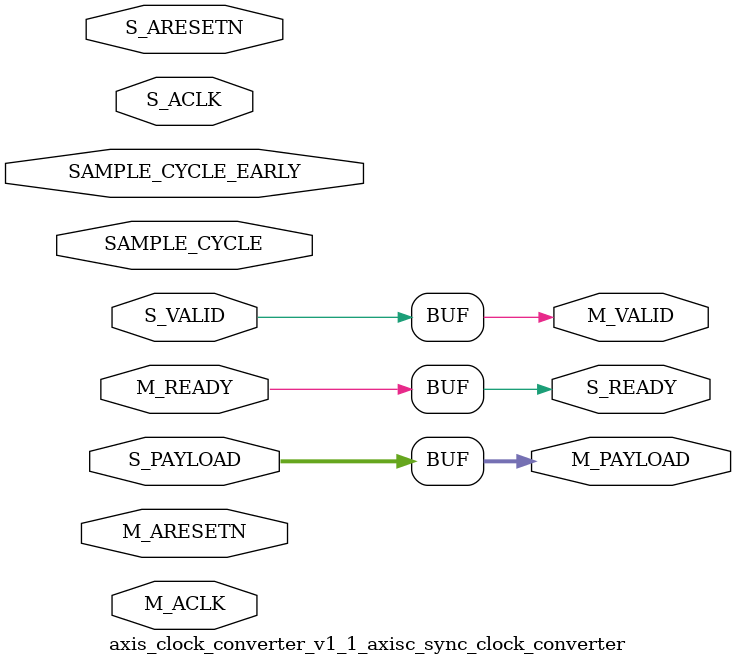
<source format=v>

`timescale 1ps/1ps
`default_nettype none

(* DowngradeIPIdentifiedWarnings="yes" *)
module axis_clock_converter_v1_1_axisc_sync_clock_converter # (
///////////////////////////////////////////////////////////////////////////////
// Parameter Definitions
///////////////////////////////////////////////////////////////////////////////
  parameter C_FAMILY     = "virtex6",
  parameter integer C_PAYLOAD_WIDTH = 32,
  parameter integer C_S_ACLK_RATIO = 1,
  parameter integer C_M_ACLK_RATIO = 1,
  parameter integer C_MODE = 1  // 0 = light-weight (1-deep); 1 = fully-pipelined (2-deep)
  )
 (
///////////////////////////////////////////////////////////////////////////////
// Port Declarations
///////////////////////////////////////////////////////////////////////////////
  input wire                         SAMPLE_CYCLE_EARLY,
  input wire                         SAMPLE_CYCLE,
  // Slave side
  input  wire                        S_ACLK,
  input  wire                        S_ARESETN,
  input  wire [C_PAYLOAD_WIDTH-1:0]  S_PAYLOAD,
  input  wire                        S_VALID,
  output wire                        S_READY,

  // Master side
  input  wire                        M_ACLK,
  input  wire                        M_ARESETN,
  output wire [C_PAYLOAD_WIDTH-1:0]  M_PAYLOAD,
  output wire                        M_VALID,
  input  wire                        M_READY
);

////////////////////////////////////////////////////////////////////////////////
// Functions
////////////////////////////////////////////////////////////////////////////////

////////////////////////////////////////////////////////////////////////////////
// Local parameters
////////////////////////////////////////////////////////////////////////////////
localparam [1:0] ZERO = 2'b10;
localparam [1:0] ONE  = 2'b11;
localparam [1:0] FULL = 2'b01;
localparam [1:0] INIT = 2'b00;
localparam integer P_LIGHT_WT = 0;
localparam integer P_FULLY_REG = 1;

////////////////////////////////////////////////////////////////////////////////
// Wires/Reg declarations
////////////////////////////////////////////////////////////////////////////////

////////////////////////////////////////////////////////////////////////////////
// BEGIN RTL
////////////////////////////////////////////////////////////////////////////////

generate
  if (C_S_ACLK_RATIO == C_M_ACLK_RATIO) begin : gen_passthru
    assign M_PAYLOAD = S_PAYLOAD;
    assign M_VALID   = S_VALID;
    assign S_READY   = M_READY;      
  end else begin : gen_sync_clock_converter
    wire s_sample_cycle;
    wire s_sample_cycle_early;
    wire m_sample_cycle;
    wire m_sample_cycle_early;

    wire slow_aclk;
    wire slow_areset;
    reg  s_areset_r;
    reg  m_areset_r;
   
    reg  s_ready_r; 
    wire s_ready_ns; 
    reg  m_valid_r; 
    wire m_valid_ns; 
    reg  [C_PAYLOAD_WIDTH-1:0] m_payload_r;
    reg  [C_PAYLOAD_WIDTH-1:0] m_storage_r;
    wire [C_PAYLOAD_WIDTH-1:0] m_payload_ns; 
    wire [C_PAYLOAD_WIDTH-1:0] m_storage_ns; 
    reg  m_ready_hold;
    wire m_ready_sample;
    wire load_payload;
    wire load_storage;
    wire load_payload_from_storage;
    reg [1:0] state;
    reg [1:0] next_state;
    
    always @(posedge S_ACLK) begin
      s_areset_r <= ~(S_ARESETN & M_ARESETN);
    end
  
    always @(posedge M_ACLK) begin
      m_areset_r <= ~(S_ARESETN & M_ARESETN);
    end

    assign slow_aclk   = (C_S_ACLK_RATIO > C_M_ACLK_RATIO) ? M_ACLK   : S_ACLK;
    assign slow_areset = (C_S_ACLK_RATIO > C_M_ACLK_RATIO) ? m_areset_r : s_areset_r;
    assign s_sample_cycle_early = (C_S_ACLK_RATIO > C_M_ACLK_RATIO) ? SAMPLE_CYCLE_EARLY : 1'b1;
    assign s_sample_cycle       = (C_S_ACLK_RATIO > C_M_ACLK_RATIO) ? SAMPLE_CYCLE : 1'b1;
    assign m_sample_cycle_early = (C_S_ACLK_RATIO > C_M_ACLK_RATIO) ? 1'b1 : SAMPLE_CYCLE_EARLY;
    assign m_sample_cycle       = (C_S_ACLK_RATIO > C_M_ACLK_RATIO) ? 1'b1 : SAMPLE_CYCLE;

    // Output flop for S_READY, value is encoded into state machine.
    assign s_ready_ns = (C_S_ACLK_RATIO > C_M_ACLK_RATIO) ? state[1] & (state != INIT) : next_state[1];

    always @(posedge S_ACLK) begin 
      if (s_areset_r) begin
        s_ready_r <= 1'b0;
      end
      else begin
        s_ready_r <= s_sample_cycle_early ? s_ready_ns : 1'b0;
      end
    end

    assign S_READY = s_ready_r;

    // Output flop for M_VALID
    assign m_valid_ns = next_state[0];

    always @(posedge M_ACLK) begin 
      if (m_areset_r) begin
        m_valid_r <= 1'b0;
      end
      else begin
        m_valid_r <= m_sample_cycle ? m_valid_ns : m_valid_r & ~M_READY;
      end
    end

    assign M_VALID = m_valid_r;

    // Hold register for M_READY when M_ACLK is fast.
    always @(posedge M_ACLK) begin 
      if (m_areset_r) begin
        m_ready_hold <= 1'b0;
      end
      else begin
        m_ready_hold <= m_sample_cycle ? 1'b0 : m_ready_sample;
      end
    end

    assign m_ready_sample = (M_READY ) | m_ready_hold;
    // Output/storage flops for PAYLOAD
    assign m_payload_ns = ~load_payload ? m_payload_r :
                           load_payload_from_storage ? m_storage_r : 
                           S_PAYLOAD;

    assign m_storage_ns = (C_MODE == P_FULLY_REG) ? (load_storage ? S_PAYLOAD : m_storage_r) : {C_PAYLOAD_WIDTH{1'b0}};

    always @(posedge slow_aclk) begin 
      m_payload_r <= m_payload_ns;
      m_storage_r <= (C_MODE == P_FULLY_REG) ? m_storage_ns : 0;
    end

    assign M_PAYLOAD = m_payload_r;

    // load logic
    assign load_storage = (C_MODE == P_FULLY_REG) && (state != FULL);
    assign load_payload = m_ready_sample || (state == ZERO);
    assign load_payload_from_storage = (C_MODE == P_FULLY_REG) && (state == FULL) && m_ready_sample;
    
    // State machine
    always @(posedge slow_aclk) begin 
      state <= next_state;
    end

    always @* begin 
      if (slow_areset) begin 
        next_state = INIT;
      end else begin
        case (state)
          INIT: begin
            next_state = ZERO;
          end
          // No transaction stored locally
          ZERO: begin
            if (S_VALID) begin
              next_state = (C_MODE == P_FULLY_REG) ? ONE : FULL; // Push from empty
            end
            else begin
              next_state = ZERO;
            end
          end

          // One transaction stored locally
          ONE: begin
            if (m_ready_sample & ~S_VALID) begin 
              next_state = ZERO; // Read out one so move to ZERO
            end
            else if (~m_ready_sample & S_VALID) begin
              next_state = FULL;  // Got another one so move to FULL
            end
            else begin
              next_state = ONE;
            end
          end

          // Storage registers full
          FULL: begin 
            if (m_ready_sample) begin
              next_state = (C_MODE == P_FULLY_REG) ? ONE : ZERO; // Pop from full
            end
            else begin
              next_state = FULL;
            end
          end
          default: begin
            next_state = ZERO;
          end
        endcase // case (state)
      end
    end
  end // gen_sync_clock_converter
  endgenerate
endmodule // axisc_sync_clock_converter

`default_nettype wire

</source>
